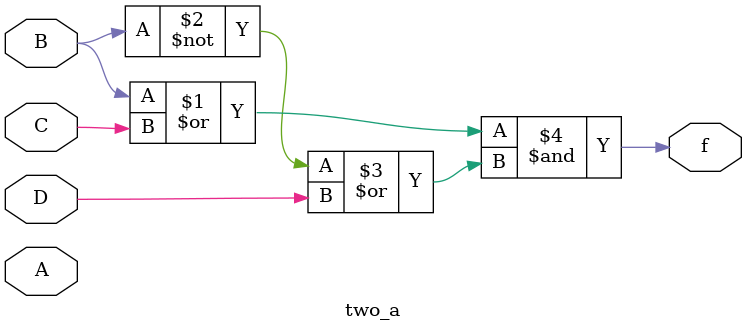
<source format=v>
module two_a(A, B, C, D, f);
	input A, B, C, D;
	output f;
	
	assign f=(B|C)&(~B|D);
endmodule

</source>
